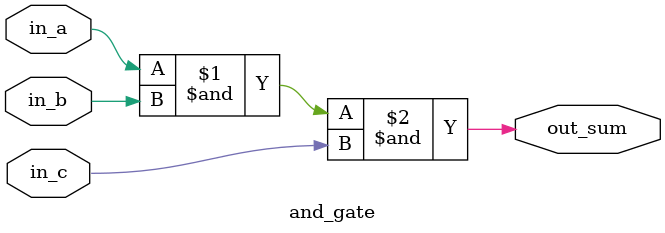
<source format=v>
module and_gate(
    in_a,
    in_b,
    in_c,
    out_sum
);

input in_a;
input in_b;
input in_c;
output out_sum;

assign out_sum = in_a & in_b & in_c;

endmodule
</source>
